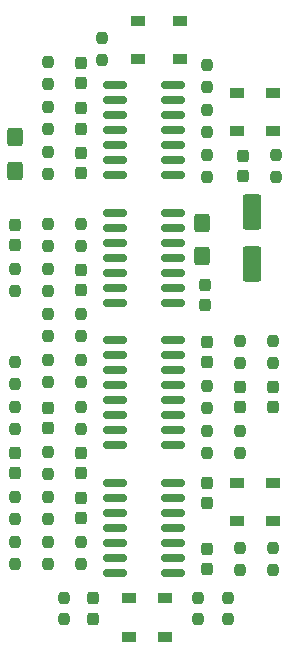
<source format=gbr>
%TF.GenerationSoftware,KiCad,Pcbnew,(6.0.9-0)*%
%TF.CreationDate,2024-06-20T10:35:51+02:00*%
%TF.ProjectId,filter-board,66696c74-6572-42d6-926f-6172642e6b69,rev?*%
%TF.SameCoordinates,Original*%
%TF.FileFunction,Paste,Top*%
%TF.FilePolarity,Positive*%
%FSLAX46Y46*%
G04 Gerber Fmt 4.6, Leading zero omitted, Abs format (unit mm)*
G04 Created by KiCad (PCBNEW (6.0.9-0)) date 2024-06-20 10:35:51*
%MOMM*%
%LPD*%
G01*
G04 APERTURE LIST*
G04 Aperture macros list*
%AMRoundRect*
0 Rectangle with rounded corners*
0 $1 Rounding radius*
0 $2 $3 $4 $5 $6 $7 $8 $9 X,Y pos of 4 corners*
0 Add a 4 corners polygon primitive as box body*
4,1,4,$2,$3,$4,$5,$6,$7,$8,$9,$2,$3,0*
0 Add four circle primitives for the rounded corners*
1,1,$1+$1,$2,$3*
1,1,$1+$1,$4,$5*
1,1,$1+$1,$6,$7*
1,1,$1+$1,$8,$9*
0 Add four rect primitives between the rounded corners*
20,1,$1+$1,$2,$3,$4,$5,0*
20,1,$1+$1,$4,$5,$6,$7,0*
20,1,$1+$1,$6,$7,$8,$9,0*
20,1,$1+$1,$8,$9,$2,$3,0*%
G04 Aperture macros list end*
%ADD10RoundRect,0.150000X-0.825000X-0.150000X0.825000X-0.150000X0.825000X0.150000X-0.825000X0.150000X0*%
%ADD11RoundRect,0.237500X-0.237500X0.250000X-0.237500X-0.250000X0.237500X-0.250000X0.237500X0.250000X0*%
%ADD12RoundRect,0.250000X0.550000X-1.250000X0.550000X1.250000X-0.550000X1.250000X-0.550000X-1.250000X0*%
%ADD13RoundRect,0.237500X-0.237500X0.300000X-0.237500X-0.300000X0.237500X-0.300000X0.237500X0.300000X0*%
%ADD14RoundRect,0.237500X0.237500X-0.250000X0.237500X0.250000X-0.237500X0.250000X-0.237500X-0.250000X0*%
%ADD15R,1.200000X0.900000*%
%ADD16RoundRect,0.250000X0.425000X-0.537500X0.425000X0.537500X-0.425000X0.537500X-0.425000X-0.537500X0*%
%ADD17RoundRect,0.237500X0.237500X-0.300000X0.237500X0.300000X-0.237500X0.300000X-0.237500X-0.300000X0*%
G04 APERTURE END LIST*
D10*
%TO.C,U1*%
X62295000Y-57150000D03*
X62295000Y-58420000D03*
X62295000Y-59690000D03*
X62295000Y-60960000D03*
X62295000Y-62230000D03*
X62295000Y-63500000D03*
X62295000Y-64770000D03*
X67245000Y-64770000D03*
X67245000Y-63500000D03*
X67245000Y-62230000D03*
X67245000Y-60960000D03*
X67245000Y-59690000D03*
X67245000Y-58420000D03*
X67245000Y-57150000D03*
%TD*%
D11*
%TO.C,R15*%
X53848000Y-85066500D03*
X53848000Y-86891500D03*
%TD*%
D12*
%TO.C,C9*%
X73914000Y-61509000D03*
X73914000Y-57109000D03*
%TD*%
D13*
%TO.C,C16*%
X72898000Y-71908500D03*
X72898000Y-73633500D03*
%TD*%
%TO.C,C14*%
X75692000Y-71908500D03*
X75692000Y-73633500D03*
%TD*%
D14*
%TO.C,R6*%
X59436000Y-59967500D03*
X59436000Y-58142500D03*
%TD*%
%TO.C,R3*%
X56642000Y-59967500D03*
X56642000Y-58142500D03*
%TD*%
D11*
%TO.C,R31*%
X69342000Y-89765500D03*
X69342000Y-91590500D03*
%TD*%
D13*
%TO.C,C11*%
X56642000Y-73686500D03*
X56642000Y-75411500D03*
%TD*%
D11*
%TO.C,R21*%
X71882000Y-89765500D03*
X71882000Y-91590500D03*
%TD*%
D15*
%TO.C,D8*%
X75692000Y-80011000D03*
X75692000Y-83311000D03*
%TD*%
D11*
%TO.C,R19*%
X56642000Y-85066500D03*
X56642000Y-86891500D03*
%TD*%
D16*
%TO.C,C3*%
X53848000Y-53634500D03*
X53848000Y-50759500D03*
%TD*%
D17*
%TO.C,C15*%
X70104000Y-81761500D03*
X70104000Y-80036500D03*
%TD*%
D14*
%TO.C,R10*%
X70104000Y-50315500D03*
X70104000Y-48490500D03*
%TD*%
D15*
%TO.C,D3*%
X64262000Y-44195000D03*
X64262000Y-40895000D03*
%TD*%
D13*
%TO.C,C1*%
X53848000Y-58192500D03*
X53848000Y-59917500D03*
%TD*%
D11*
%TO.C,R8*%
X56642000Y-52046500D03*
X56642000Y-53871500D03*
%TD*%
D10*
%TO.C,U2*%
X62295000Y-46355000D03*
X62295000Y-47625000D03*
X62295000Y-48895000D03*
X62295000Y-50165000D03*
X62295000Y-51435000D03*
X62295000Y-52705000D03*
X62295000Y-53975000D03*
X67245000Y-53975000D03*
X67245000Y-52705000D03*
X67245000Y-51435000D03*
X67245000Y-50165000D03*
X67245000Y-48895000D03*
X67245000Y-47625000D03*
X67245000Y-46355000D03*
%TD*%
D13*
%TO.C,C8*%
X59436000Y-48313000D03*
X59436000Y-50038000D03*
%TD*%
D14*
%TO.C,R14*%
X59436000Y-67587500D03*
X59436000Y-65762500D03*
%TD*%
D11*
%TO.C,R11*%
X70104000Y-44680500D03*
X70104000Y-46505500D03*
%TD*%
D15*
%TO.C,D5*%
X66548000Y-89790000D03*
X66548000Y-93090000D03*
%TD*%
D11*
%TO.C,R35*%
X72898000Y-75668500D03*
X72898000Y-77493500D03*
%TD*%
D14*
%TO.C,R33*%
X70104000Y-77493500D03*
X70104000Y-75668500D03*
%TD*%
D16*
%TO.C,C4*%
X69723000Y-60873500D03*
X69723000Y-57998500D03*
%TD*%
D14*
%TO.C,R20*%
X59436000Y-86891500D03*
X59436000Y-85066500D03*
%TD*%
D15*
%TO.C,D4*%
X72644000Y-50291000D03*
X72644000Y-46991000D03*
%TD*%
%TO.C,D1*%
X67818000Y-44195000D03*
X67818000Y-40895000D03*
%TD*%
D11*
%TO.C,R24*%
X56642000Y-69676000D03*
X56642000Y-71501000D03*
%TD*%
D14*
%TO.C,R4*%
X75946000Y-54125500D03*
X75946000Y-52300500D03*
%TD*%
D15*
%TO.C,D6*%
X63500000Y-93090000D03*
X63500000Y-89790000D03*
%TD*%
D17*
%TO.C,C6*%
X59436000Y-46201500D03*
X59436000Y-44476500D03*
%TD*%
%TO.C,C10*%
X60452000Y-91540500D03*
X60452000Y-89815500D03*
%TD*%
D11*
%TO.C,R25*%
X53848000Y-73636500D03*
X53848000Y-75461500D03*
%TD*%
D14*
%TO.C,R26*%
X75692000Y-69873500D03*
X75692000Y-68048500D03*
%TD*%
D17*
%TO.C,C2*%
X73152000Y-54075500D03*
X73152000Y-52350500D03*
%TD*%
D14*
%TO.C,R13*%
X53848000Y-71651500D03*
X53848000Y-69826500D03*
%TD*%
%TO.C,R9*%
X61214000Y-44219500D03*
X61214000Y-42394500D03*
%TD*%
D11*
%TO.C,R18*%
X56642000Y-65762500D03*
X56642000Y-67587500D03*
%TD*%
D14*
%TO.C,R23*%
X59436000Y-75461500D03*
X59436000Y-73636500D03*
%TD*%
%TO.C,R7*%
X56642000Y-46251500D03*
X56642000Y-44426500D03*
%TD*%
D13*
%TO.C,C20*%
X70104000Y-68098500D03*
X70104000Y-69823500D03*
%TD*%
%TO.C,C5*%
X59436000Y-62002500D03*
X59436000Y-63727500D03*
%TD*%
D15*
%TO.C,D2*%
X75692000Y-46991000D03*
X75692000Y-50291000D03*
%TD*%
D11*
%TO.C,R16*%
X53848000Y-81256500D03*
X53848000Y-83081500D03*
%TD*%
%TO.C,R1*%
X56642000Y-61952500D03*
X56642000Y-63777500D03*
%TD*%
D14*
%TO.C,R2*%
X53848000Y-63777500D03*
X53848000Y-61952500D03*
%TD*%
%TO.C,R34*%
X70104000Y-73683500D03*
X70104000Y-71858500D03*
%TD*%
%TO.C,R12*%
X70104000Y-54125500D03*
X70104000Y-52300500D03*
%TD*%
D17*
%TO.C,C19*%
X59436000Y-83031500D03*
X59436000Y-81306500D03*
%TD*%
D10*
%TO.C,U3*%
X62295000Y-80010000D03*
X62295000Y-81280000D03*
X62295000Y-82550000D03*
X62295000Y-83820000D03*
X62295000Y-85090000D03*
X62295000Y-86360000D03*
X62295000Y-87630000D03*
X67245000Y-87630000D03*
X67245000Y-86360000D03*
X67245000Y-85090000D03*
X67245000Y-83820000D03*
X67245000Y-82550000D03*
X67245000Y-81280000D03*
X67245000Y-80010000D03*
%TD*%
D13*
%TO.C,C18*%
X70104000Y-85624500D03*
X70104000Y-87349500D03*
%TD*%
D11*
%TO.C,R17*%
X56642000Y-81256500D03*
X56642000Y-83081500D03*
%TD*%
D15*
%TO.C,D7*%
X72644000Y-80011000D03*
X72644000Y-83311000D03*
%TD*%
D14*
%TO.C,R32*%
X56642000Y-79271500D03*
X56642000Y-77446500D03*
%TD*%
D11*
%TO.C,R28*%
X58039000Y-89765500D03*
X58039000Y-91590500D03*
%TD*%
D13*
%TO.C,C13*%
X69977000Y-63272500D03*
X69977000Y-64997500D03*
%TD*%
D14*
%TO.C,R22*%
X59436000Y-71501000D03*
X59436000Y-69676000D03*
%TD*%
D11*
%TO.C,R27*%
X72898000Y-68048500D03*
X72898000Y-69873500D03*
%TD*%
D10*
%TO.C,U4*%
X62295000Y-67945000D03*
X62295000Y-69215000D03*
X62295000Y-70485000D03*
X62295000Y-71755000D03*
X62295000Y-73025000D03*
X62295000Y-74295000D03*
X62295000Y-75565000D03*
X62295000Y-76835000D03*
X67245000Y-76835000D03*
X67245000Y-75565000D03*
X67245000Y-74295000D03*
X67245000Y-73025000D03*
X67245000Y-71755000D03*
X67245000Y-70485000D03*
X67245000Y-69215000D03*
X67245000Y-67945000D03*
%TD*%
D14*
%TO.C,R5*%
X56642000Y-50061500D03*
X56642000Y-48236500D03*
%TD*%
%TO.C,R29*%
X75692000Y-87399500D03*
X75692000Y-85574500D03*
%TD*%
D13*
%TO.C,C17*%
X59436000Y-77496500D03*
X59436000Y-79221500D03*
%TD*%
%TO.C,C12*%
X53848000Y-77496500D03*
X53848000Y-79221500D03*
%TD*%
D11*
%TO.C,R30*%
X72898000Y-85574500D03*
X72898000Y-87399500D03*
%TD*%
D13*
%TO.C,C7*%
X59436000Y-52096500D03*
X59436000Y-53821500D03*
%TD*%
M02*

</source>
